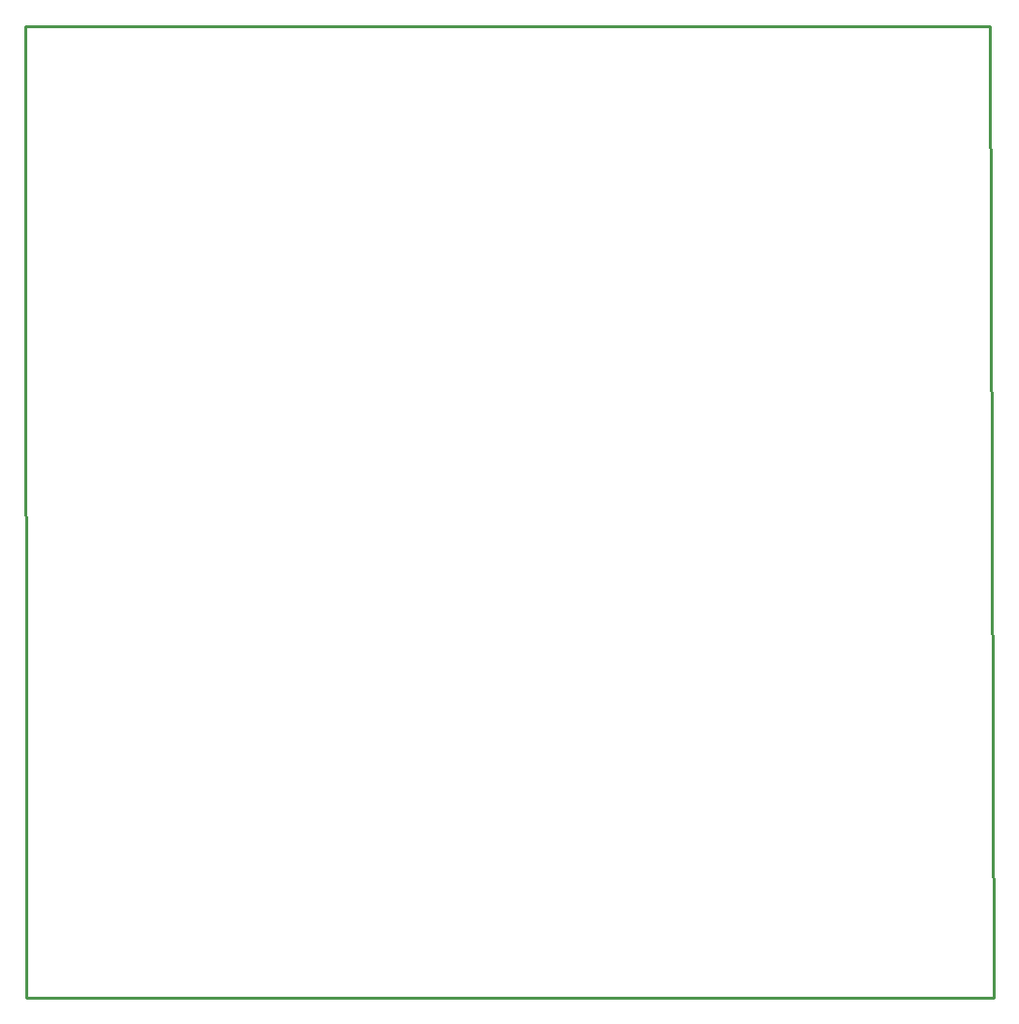
<source format=gbr>
G04 EAGLE Gerber X2 export*
%TF.Part,Single*%
%TF.FileFunction,Profile,NP*%
%TF.FilePolarity,Positive*%
%TF.GenerationSoftware,Autodesk,EAGLE,9.2.2*%
%TF.CreationDate,2019-03-12T14:11:56Z*%
G75*
%MOMM*%
%FSLAX34Y34*%
%LPD*%
%IN*%
%AMOC8*
5,1,8,0,0,1.08239X$1,22.5*%
G01*
%ADD10C,0.254000*%


D10*
X0Y1000000D02*
X446Y153664D01*
X842972Y153664D01*
X839469Y1000000D01*
X0Y1000000D01*
M02*

</source>
